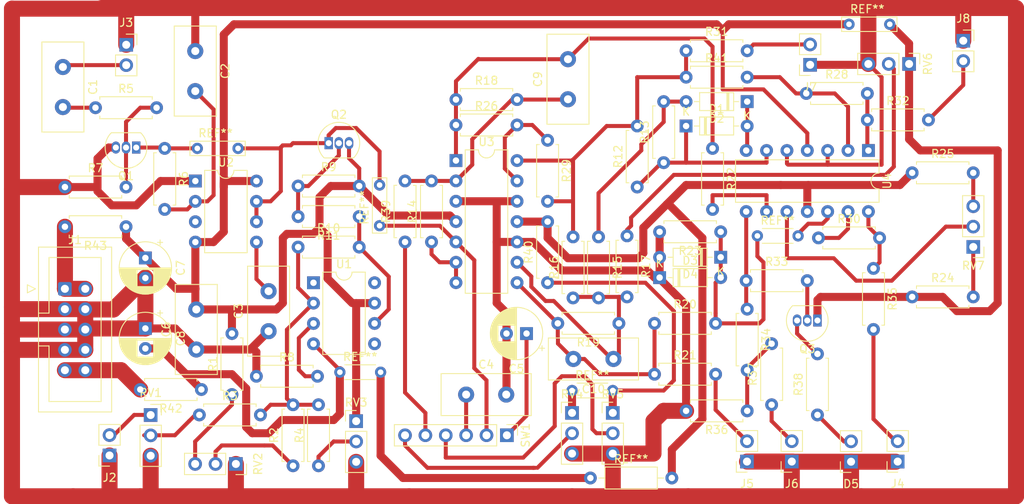
<source format=kicad_pcb>
(kicad_pcb (version 20211014) (generator pcbnew)
  (layers (0 "F.Cu" signal) (31 "B.Cu" signal) (34 "B.Paste" user) (35 "F.Paste" user) (36 "B.SilkS" user "B.Silkscreen") (37 "F.SilkS" user "F.Silkscreen") (38 "B.Mask" user) (39 "F.Mask" user) (44 "Edge.Cuts" user))
  (net 0 "")
  (net 1 "SYNC")
  (net 2 "Net-(C1-Pad2)")
  (net 3 "GND")
  (net 4 "Net-(C2-Pad2)")
  (net 5 "Net-(C3-Pad2)")
  (net 6 "Net-(C4-Pad1)")
  (net 7 "Net-(C5-Pad1)")
  (net 8 "+12V")
  (net 9 "-12V")
  (net 10 "Net-(C9-Pad1)")
  (net 11 "Net-(C9-Pad2)")
  (net 12 "Net-(C10-Pad1)")
  (net 13 "Net-(C10-Pad2)")
  (net 14 "Net-(D1-Pad1)")
  (net 15 "Net-(D1-Pad2)")
  (net 16 "Net-(D2-Pad2)")
  (net 17 "Net-(D3-Pad2)")
  (net 18 "Net-(D5-Pad2)")
  (net 19 "Net-(J2-Pad2)")
  (net 20 "Net-(J4-Pad2)")
  (net 21 "TRI")
  (net 22 "PULSE")
  (net 23 "SAW")
  (net 24 "RAMP")
  (net 25 "Net-(Q1-Pad1)")
  (net 26 "Net-(Q1-Pad2)")
  (net 27 "Net-(Q2-Pad2)")
  (net 28 "Net-(Q3-Pad2)")
  (net 29 "Net-(Q3-Pad3)")
  (net 30 "Net-(R1-Pad1)")
  (net 31 "Net-(R2-Pad1)")
  (net 32 "Net-(R10-Pad1)")
  (net 33 "Net-(R3-Pad1)")
  (net 34 "Net-(R4-Pad1)")
  (net 35 "Net-(R8-Pad2)")
  (net 36 "Net-(R10-Pad2)")
  (net 37 "Net-(R12-Pad2)")
  (net 38 "Net-(R14-Pad1)")
  (net 39 "Net-(R17-Pad1)")
  (net 40 "Net-(R22-Pad2)")
  (net 41 "Net-(R24-Pad2)")
  (net 42 "Net-(R25-Pad2)")
  (net 43 "Net-(R26-Pad2)")
  (net 44 "Net-(R27-Pad2)")
  (net 45 "Net-(R28-Pad1)")
  (net 46 "Net-(R28-Pad2)")
  (net 47 "Net-(R30-Pad2)")
  (net 48 "Net-(R33-Pad1)")
  (net 49 "Net-(R34-Pad2)")
  (net 50 "Net-(R39-Pad1)")
  (net 51 "Net-(R40-Pad1)")
  (net 52 "Net-(RV4-Pad2)")
  (net 53 "Net-(RV5-Pad2)")
  (net 54 "Net-(RV7-Pad2)")
  (net 59 "Net-(J1-Pad1)")
  (net 60 "Net-(J1-Pad10)")
  (footprint "Connector_PinHeader_2.54mm:PinHeader_1x03_P2.54mm_Vertical" (layer "F.Cu") (at 158.623 75.311)
    (fp_text reference "RV5")
    (fp_text value "10k")
  )
  (footprint "Package_TO_SOT_THT:TO-92_Inline" (layer "F.Cu") (at 123.19 41.635)
    (fp_text reference "Q2")
    (fp_text value "BC557")
  )
  (footprint "Capacitor_THT:C_Disc_D11.0mm_W5.0mm_P5.00mm" (layer "F.Cu") (at 106.68 67.397 90)
    (fp_text reference "C6")
    (fp_text value "100nf")
  )
  (footprint "Resistor_THT:R_Axial_DIN0207_L6.3mm_D2.5mm_P7.62mm_Horizontal" (layer "F.Cu") (at 175.387 75.057 180)
    (fp_text reference "R36")
    (fp_text value "12k")
  )
  (footprint "Resistor_THT:R_Axial_DIN0207_L6.3mm_D2.5mm_P7.62mm_Horizontal" (layer "F.Cu") (at 118.745 81.915 90)
    (fp_text reference "R2")
    (fp_text value "100k")
  )
  (footprint "Package_DIP:DIP-14_W7.62mm" (layer "F.Cu") (at 139.065 43.81)
    (fp_text reference "U3")
    (fp_text value "TL074")
  )
  (footprint "Resistor_THT:R_Axial_DIN0207_L6.3mm_D2.5mm_P7.62mm_Horizontal" (layer "F.Cu") (at 160.401 53.213 -90)
    (fp_text reference "R17")
    (fp_text value "150k")
  )
  (footprint "Resistor_THT:R_Axial_DIN0207_L6.3mm_D2.5mm_P7.62mm_Horizontal" (layer "F.Cu") (at 182.753 35.433)
    (fp_text reference "R28")
    (fp_text value "100k")
  )
  (footprint "Resistor_THT:R_Axial_DIN0207_L6.3mm_D2.5mm_P7.62mm_Horizontal" (layer "F.Cu") (at 175.26 58.801)
    (fp_text reference "R33")
    (fp_text value "47k")
  )
  (footprint "Capacitor_THT:CP_Radial_D6.3mm_P2.50mm" (layer "F.Cu") (at 147.867379 65.405 180)
    (fp_text reference "C5")
    (fp_text value "10uf/35V")
  )
  (footprint "Resistor_THT:R_Axial_DIN0207_L6.3mm_D2.5mm_P7.62mm_Horizontal" (layer "F.Cu") (at 111.125 73.025 90)
    (fp_text reference "R1")
    (fp_text value "12k")
  )
  (footprint "Resistor_THT:R_Axial_DIN0207_L6.3mm_D2.5mm_P7.62mm_Horizontal" (layer "F.Cu") (at 136.017 53.975 90)
    (fp_text reference "R14")
    (fp_text value "100k")
  )
  (footprint "Resistor_THT:R_Axial_DIN0207_L6.3mm_D2.5mm_P7.62mm_Horizontal" (layer "F.Cu") (at 163.83 64.135)
    (fp_text reference "R20")
    (fp_text value "150k")
  )
  (footprint "Resistor_THT:R_Axial_DIN0204_L3.6mm_D1.6mm_P5.08mm_Horizontal" (layer "F.Cu") (at 153.543 72.517)
    (fp_text reference "REF**")
    (fp_text value "0 Ohm Bridge")
  )
  (footprint "Connector_PinHeader_2.54mm:PinHeader_1x03_P2.54mm_Vertical" (layer "F.Cu") (at 126.619 76.342)
    (fp_text reference "RV3")
    (fp_text value "50k")
  )
  (footprint "Package_DIP:DIP-8_W7.62mm" (layer "F.Cu") (at 106.563 46.365)
    (fp_text reference "U2")
    (fp_text value "NE555P")
  )
  (footprint "Resistor_THT:R_Axial_DIN0204_L3.6mm_D1.6mm_P5.08mm_Horizontal" (layer "F.Cu") (at 176.657 53.213)
    (fp_text reference "REF**")
    (fp_text value "0 Ohm Bridge")
  )
  (footprint "Connector_PinSocket_2.54mm:PinSocket_1x02_P2.54mm_Vertical" (layer "F.Cu") (at 194.158 81.387 180)
    (fp_text reference "J4")
    (fp_text value "SINE")
  )
  (footprint "Resistor_THT:R_Axial_DIN0207_L6.3mm_D2.5mm_P7.62mm_Horizontal" (layer "F.Cu") (at 119.38 46.99)
    (fp_text reference "R9")
    (fp_text value "820R")
  )
  (footprint "Capacitor_THT:C_Disc_D11.0mm_W5.0mm_P5.00mm" (layer "F.Cu") (at 153.035 36.155 90)
    (fp_text reference "C9")
    (fp_text value "120pf")
  )
  (footprint "Resistor_THT:R_Axial_DIN0207_L6.3mm_D2.5mm_P7.62mm_Horizontal" (layer "F.Cu") (at 153.67 60.96 90)
    (fp_text reference "R16")
    (fp_text value "100k")
  )
  (footprint "Resistor_THT:R_Axial_DIN0207_L6.3mm_D2.5mm_P7.62mm_Horizontal" (layer "F.Cu") (at 191.135 57.277 -90)
    (fp_text reference "R35")
    (fp_text value "1k")
  )
  (footprint "TestPoint:TestPoint_Bridge_Pitch5.08mm_Drill0.7mm" (layer "F.Cu") (at 111.887 42.291 180)
    (fp_text reference "REF**")
    (fp_text value "0 Ohm Bridge")
  )
  (footprint "Package_DIP:DIP-14_W7.62mm" (layer "F.Cu") (at 190.505 42.555 -90)
    (fp_text reference "U4")
    (fp_text value "TL074")
  )
  (footprint "Connector_PinSocket_2.54mm:PinSocket_1x02_P2.54mm_Vertical" (layer "F.Cu") (at 202.336 28.849)
    (fp_text reference "J8")
    (fp_text value "RAMP")
  )
  (footprint "Connector_PinHeader_2.54mm:PinHeader_1x03_P2.54mm_Vertical" (layer "F.Cu") (at 203.581 54.595 180)
    (fp_text reference "RV7")
    (fp_text value "10k")
  )
  (footprint "Connector_PinSocket_2.54mm:PinSocket_1x03_P2.54mm_Vertical" (layer "F.Cu") (at 100.99 75.58)
    (fp_text reference "RV1")
    (fp_text value "50k")
  )
  (footprint "TestPoint:TestPoint_Bridge_Pitch5.08mm_Drill0.7mm" (layer "F.Cu") (at 129.54 46.863 -90)
    (fp_text reference "REF**")
    (fp_text value "0 Ohm Bridge")
  )
  (footprint "Resistor_THT:R_Axial_DIN0207_L6.3mm_D2.5mm_P10.16mm_Horizontal" (layer "F.Cu") (at 155.829 83.439)
    (fp_text reference "REF**")
    (fp_text value "0 Ohm Bridge")
  )
  (footprint "Capacitor_THT:C_Disc_D11.0mm_W5.0mm_P5.00mm" (layer "F.Cu") (at 106.553 30.139 -90)
    (fp_text reference "C2")
    (fp_text value "47nf")
  )
  (footprint "Resistor_THT:R_Axial_DIN0207_L6.3mm_D2.5mm_P7.62mm_Horizontal" (layer "F.Cu") (at 184.277 53.467)
    (fp_text reference "R30")
    (fp_text value "15k")
  )
  (footprint "Resistor_THT:R_Axial_DIN0207_L6.3mm_D2.5mm_P7.62mm_Horizontal" (layer "F.Cu") (at 167.767 33.401)
    (fp_text reference "R41")
    (fp_text value "100k")
  )
  (footprint "Connector_PinSocket_2.54mm:PinSocket_1x02_P2.54mm_Vertical" (layer "F.Cu") (at 183.236 31.857 180)
    (fp_text reference "J7")
    (fp_text value "SAW")
  )
  (footprint "TestPoint:TestPoint_Bridge_Pitch5.08mm_Drill0.7mm" (layer "F.Cu") (at 193.167 26.797 180)
    (fp_text reference "REF**")
    (fp_text value "0 Ohm Bridge")
  )
  (footprint "Connector_PinSocket_2.54mm:PinSocket_1x02_P2.54mm_Vertical" (layer "F.Cu") (at 180.95 81.387 180)
    (fp_text reference "J6")
    (fp_text value "PULSE")
  )
  (footprint "Resistor_THT:R_Axial_DIN0207_L6.3mm_D2.5mm_P7.62mm_Horizontal" (layer "F.Cu") (at 119.38 54.61)
    (fp_text reference "R10")
    (fp_text value "100k")
  )
  (footprint "Package_TO_SOT_THT:TO-92_Inline" (layer "F.Cu") (at 184.15 63.775 180)
    (fp_text reference "Q3")
    (fp_text value "BC547")
  )
  (footprint "Resistor_THT:R_Axial_DIN0207_L6.3mm_D2.5mm_P7.62mm_Horizontal" (layer "F.Cu") (at 178.435 74.295 90)
    (fp_text reference "R37")
    (fp_text value "1k")
  )
  (footprint "Package_TO_SOT_THT:TO-92_Inline" (layer "F.Cu") (at 99.187 42.185 180)
    (fp_text reference "Q1")
    (fp_text value "BS170")
  )
  (footprint "Resistor_THT:R_Axial_DIN0204_L3.6mm_D1.6mm_P5.08mm_Horizontal" (layer "F.Cu") (at 124.587 70.231)
    (fp_text reference "REF**")
    (fp_text value "0 Ohm Bridge")
  )
  (footprint "Resistor_THT:R_Axial_DIN0207_L6.3mm_D2.5mm_P7.62mm_Horizontal" (layer "F.Cu") (at 167.767 30.099)
    (fp_text reference "R31")
    (fp_text value "1k")
  )
  (footprint "Resistor_THT:R_Axial_DIN0207_L6.3mm_D2.5mm_P7.62mm_Horizontal" (layer "F.Cu") (at 121.92 81.915 90)
    (fp_text reference "R4")
    (fp_text value "100k")
  )
  (footprint "Capacitor_THT:C_Disc_D11.0mm_W5.0mm_P5.00mm" (layer "F.Cu") (at 140.335 73.025)
    (fp_text reference "C4")
    (fp_text value "1uf")
  )
  (footprint "Capacitor_THT:C_Disc_D11.0mm_W5.0mm_P5.00mm" (layer "F.Cu") (at 158.71 68.58 180)
    (fp_text reference "C10")
    (fp_text value "1nf")
  )
  (footprint "Resistor_THT:R_Axial_DIN0207_L6.3mm_D2.5mm_P7.62mm_Horizontal" (layer "F.Cu") (at 195.961 45.339)
    (fp_text reference "R25")
    (fp_text value "15k")
  )
  (footprint "Resistor_THT:R_Axial_DIN0207_L6.3mm_D2.5mm_P7.62mm_Horizontal" (layer "F.Cu") (at 164.973 44.069 90)
    (fp_text reference "R13")
    (fp_text value "100k")
  )
  (footprint "Capacitor_THT:C_Disc_D11.0mm_W5.0mm_P5.00mm" (layer "F.Cu") (at 90.043 32.131 -90)
    (fp_text reference "C1")
    (fp_text value "10nf")
  )
  (footprint "Connector_IDC:IDC-Header_2x05_P2.54mm_Vertical" (layer "F.Cu") (at 90.292 59.822)
    (fp_text reference "J1")
    (fp_text value "Conn_02x05_Top_Bottom")
  )
  (footprint "Diode_THT:D_DO-35_SOD27_P7.62mm_Horizontal" (layer "F.Cu") (at 164.465 58.42)
    (fp_text reference "D3")
    (fp_text value "1N4148")
  )
  (footprint "Resistor_THT:R_Axial_DIN0207_L6.3mm_D2.5mm_P7.62mm_Horizontal" (layer "F.Cu") (at 190.373 38.735)
    (fp_text reference "R32")
    (fp_text value "1k")
  )
  (footprint "Resistor_THT:R_Axial_DIN0207_L6.3mm_D2.5mm_P7.62mm_Horizontal" (layer "F.Cu") (at 161.671 47.117 90)
    (fp_text reference "R12")
    (fp_text value "100k")
  )
  (footprint "Capacitor_THT:CP_Radial_D6.3mm_P2.50mm" (layer "F.Cu") (at 100.33 64.77 -90)
    (fp_text reference "C8")
    (fp_text value "10uf")
  )
  (footprint "Resistor_THT:R_Axial_DIN0207_L6.3mm_D2.5mm_P7.62mm_Horizontal" (layer "F.Cu") (at 132.715 53.975 90)
    (fp_text reference "R39")
    (fp_text value "100k")
  )
  (footprint "Connector_PinSocket_2.54mm:PinSocket_1x02_P2.54mm_Vertical" (layer "F.Cu") (at 175.362 81.387 180)
    (fp_text reference "J5")
    (fp_text value "TRI")
  )
  (footprint "Resistor_THT:R_Axial_DIN0207_L6.3mm_D2.5mm_P7.62mm_Horizontal" (layer "F.Cu") (at 159.385 64.135 180)
    (fp_text reference "R19")
    (fp_text value "200k")
  )
  (footprint "Diode_THT:D_DO-35_SOD27_P7.62mm_Horizontal" (layer "F.Cu") (at 172.085 55.88 180)
    (fp_text reference "D4")
    (fp_text value "1N4148")
  )
  (footprint "Resistor_THT:R_Axial_DIN0207_L6.3mm_D2.5mm_P7.62mm_Horizontal" (layer "F.Cu") (at 172.085 52.705 180)
    (fp_text reference "R23")
    (fp_text value "22k")
  )
  (footprint "Resistor_THT:R_Axial_DIN0207_L6.3mm_D2.5mm_P7.62mm_Horizontal" (layer "F.Cu") (at 150.495 41.275 -90)
    (fp_text reference "R29")
    (fp_text value "200k")
  )
  (footprint "Resistor_THT:R_Axial_DIN0207_L6.3mm_D2.5mm_P7.62mm_Horizontal" (layer "F.Cu") (at 156.845 53.34 -90)
    (fp_text reference "R15")
    (fp_text value "50k")
  )
  (footprint "Resistor_THT:R_Axial_DIN0207_L6.3mm_D2.5mm_P7.62mm_Horizontal" (layer "F.Cu") (at 184.15 75.565 90)
    (fp_text reference "R38")
    (fp_text value "1k")
  )
  (footprint "Connector_PinSocket_2.54mm:PinSocket_1x02_P2.54mm_Vertical" (layer "F.Cu") (at 188.341 81.407 180)
    (fp_text reference "D5")
    (fp_text value "LED")
  )
  (footprint "Resistor_THT:R_Axial_DIN0207_L6.3mm_D2.5mm_P7.62mm_Horizontal" (layer "F.Cu") (at 107.061 75.565)
    (fp_text reference "R3")
    (fp_text value "100k")
  )
  (footprint "Resistor_THT:R_Axial_DIN0207_L6.3mm_D2.5mm_P7.62mm_Horizontal" (layer "F.Cu") (at 163.83 70.485)
    (fp_text reference "R21")
    (fp_text value "1k")
  )
  (footprint "Connector_PinSocket_2.54mm:PinSocket_1x02_P2.54mm_Vertical" (layer "F.Cu") (at 97.942 29.357)
    (fp_text reference "J3")
    (fp_text value "SYNC")
  )
  (footprint "Resistor_THT:R_Axial_DIN0207_L6.3mm_D2.5mm_P7.62mm_Horizontal" (layer "F.Cu") (at 107.315 72.39 180)
    (fp_text reference "R42")
    (fp_text value "100R")
  )
  (footprint "Connector_PinHeader_2.54mm:PinHeader_1x03_P2.54mm_Vertical" (layer "F.Cu") (at 195.58 31.75 -90)
    (fp_text reference "RV6")
    (fp_text value "50k")
  )
  (footprint "Resistor_THT:R_Axial_DIN0207_L6.3mm_D2.5mm_P7.62mm_Horizontal" (layer "F.Cu") (at 171.069 42.291 -90)
    (fp_text reference "R22")
    (fp_text value "10k")
  )
  (footprint "Resistor_THT:R_Axial_DIN0207_L6.3mm_D2.5mm_P7.62mm_Horizontal" (layer "F.Cu") (at 195.961 60.833)
    (fp_text reference "R24")
    (fp_text value "15k")
  )
  (footprint "Capacitor_THT:CP_Radial_D6.3mm_P2.50mm" (layer "F.Cu") (at 100.33 55.967621 -90)
    (fp_text reference "C7")
    (fp_text value "10 uf")
  )
  (footprint "Resistor_THT:R_Axial_DIN0207_L6.3mm_D2.5mm_P7.62mm_Horizontal" (layer "F.Cu") (at 102.743 42.291 -90)
    (fp_text reference "R6")
    (fp_text value "1k")
  )
  (footprint "Connector_PinHeader_2.54mm:PinHeader_1x06_P2.54mm_Vertical" (layer "F.Cu") (at 145.415 78.105 -90)
    (fp_text reference "SW1")
    (fp_text value "SW_Push_DPDT")
  )
  (footprint "Resistor_THT:R_Axial_DIN0207_L6.3mm_D2.5mm_P7.62mm_Horizontal" (layer "F.Cu") (at 139.065 39.37)
    (fp_text reference "R26")
    (fp_text value "100k")
  )
  (footprint "Connector_PinSocket_2.54mm:PinSocket_1x03_P2.54mm_Vertical" (layer "F.Cu") (at 111.618 81.686 -90)
    (fp_text reference "RV2")
    (fp_text value "10k")
  )
  (footprint "Diode_THT:D_DO-35_SOD27_P7.62mm_Horizontal" (layer "F.Cu") (at 175.387 36.449 180)
    (fp_text reference "D2")
    (fp_text value "1N4148")
  )
  (footprint "Connector_PinHeader_2.54mm:PinHeader_1x03_P2.54mm_Vertical" (layer "F.Cu") (at 153.543 75.311)
    (fp_text reference "RV4")
    (fp_text value "10k")
  )
  (footprint "Resistor_THT:R_Axial_DIN0207_L6.3mm_D2.5mm_P7.62mm_Horizontal" (layer "F.Cu") (at 90.297 47.117)
    (fp_text reference "R7")
    (fp_text value "100k")
  )
  (footprint "Package_DIP:DIP-8_W7.62mm" (layer "F.Cu") (at 121.295 59.065)
    (fp_text reference "U1")
    (fp_text value "LM741")
  )
  (footprint "Capacitor_THT:C_Disc_D11.0mm_W5.0mm_P5.00mm" (layer "F.Cu") (at 115.697 65.111 90)
    (fp_text reference "C3")
    (fp_text value "10nf")
  )
  (footprint "Resistor_THT:R_Axial_DIN0207_L6.3mm_D2.5mm_P7.62mm_Horizontal" (layer "F.Cu") (at 175.387 62.357 -90)
    (fp_text reference "R34")
    (fp_text value "10k")
  )
  (footprint "Resistor_THT:R_Axial_DIN0207_L6.3mm_D2.5mm_P7.62mm_Horizontal" (layer "F.Cu") (at 139.065 36.195)
    (fp_text reference "R18")
    (fp_text value "200k")
  )
  (footprint "Resistor_THT:R_Axial_DIN0207_L6.3mm_D2.5mm_P7.62mm_Horizontal" (layer "F.Cu") (at 150.495 59.055 90)
    (fp_text reference "R40")
    (fp_text value "2.7k")
  )
  (footprint "Resistor_THT:R_Axial_DIN0207_L6.3mm_D2.5mm_P7.62mm_Horizontal" (layer "F.Cu") (at 114.173 70.739)
    (fp_text reference "R8")
    (fp_text value "8.2k")
  )
  (footprint "Resistor_THT:R_Axial_DIN0207_L6.3mm_D2.5mm_P7.62mm_Horizontal" (layer "F.Cu") (at 127 50.8 180)
    (fp_text reference "R11")
    (fp_text value "27k")
  )
  (footprint "Resistor_THT:R_Axial_DIN0207_L6.3mm_D2.5mm_P7.62mm_Horizontal" (layer "F.Cu") (at 94.107 37.211)
    (fp_text reference "R5")
    (fp_text value "10k")
  )
  (footprint "Resistor_THT:R_Axial_DIN0207_L6.3mm_D2.5mm_P7.62mm_Horizontal" (layer "F.Cu") (at 97.917 52.07 180)
    (fp_text reference "R43")
    (fp_text value "100R")
  )
  (footprint "Connector_PinSocket_2.54mm:PinSocket_1x02_P2.54mm_Vertical" (layer "F.Cu") (at 95.86 80.625 180)
    (fp_text reference "J2")
    (fp_text value "CV")
  )
  (footprint "Diode_THT:D_DO-35_SOD27_P7.62mm_Horizontal" (layer "F.Cu") (at 167.767 39.497)
    (fp_text reference "D1")
    (fp_text value "1N4148")
  )
  (segment (start 90.277 31.897) (end 90.043 32.131) (width 0.5) (layer "F.Cu") (net 1))
  (segment (start 97.942 31.897) (end 90.277 31.897) (width 0.5) (layer "F.Cu") (net 1))
  (segment (start 94.107 37.211) (end 90.123 37.211) (width 0.5) (layer "F.Cu") (net 2))
  (segment (start 90.123 37.211) (end 90.043 37.131) (width 0.25) (layer "F.Cu") (net 2))
  (segment (start 100.33 64.77) (end 100.33 58.467621) (width 2) (layer "F.Cu") (net 3))
  (segment (start 190.393 31.857) (end 190.5 31.75) (width 0.25) (layer "F.Cu") (net 3))
  (segment (start 164.973 75.057) (end 163.703 76.327) (width 2) (layer "F.Cu") (net 3))
  (segment (start 168.021 85.725) (end 180.721 85.725) (width 2) (layer "F.Cu") (net 3))
  (segment (start 98.425 24.765) (end 96.901 24.765) (width 2) (layer "F.Cu") (net 3))
  (segment (start 208.915 31.877) (end 208.915 24.765) (width 2) (layer "F.Cu") (net 3))
  (segment (start 163.703 76.327) (end 163.703 80.137) (width 2) (layer "F.Cu") (net 3))
  (segment (start 146.695 53.97) (end 144.15 53.97) (width 1) (layer "F.Cu") (net 3))
  (segment (start 190.398 31.648) (end 190.5 31.75) (width 0.25) (layer "F.Cu") (net 3))
  (segment (start 194.158 81.641) (end 193.924 81.407) (width 0.25) (layer "F.Cu") (net 3))
  (segment (start 106.563 46.365) (end 102.225 46.365) (width 1) (layer "F.Cu") (net 3))
  (segment (start 183.236 31.857) (end 190.393 31.857) (width 1) (layer "F.Cu") (net 3))
  (segment (start 99.695 85.725) (end 101.219 85.725) (width 2) (layer "F.Cu") (net 3))
  (segment (start 180.975 85.725) (end 188.087 85.725) (width 2) (layer "F.Cu") (net 3))
  (segment (start 106.807 24.765) (end 98.425 24.765) (width 2) (layer "F.Cu") (net 3))
  (segment (start 189.611 85.725) (end 208.915 85.725) (width 2) (layer "F.Cu") (net 3))
  (segment (start 96.348 62.402) (end 100.33 58.42) (width 2) (layer "F.Cu") (net 3))
  (segment (start 164.465 58.42) (end 164.465 55.88) (width 1) (layer "F.Cu") (net 3))
  (segment (start 180.97 81.407) (end 180.95 81.387) (width 0.25) (layer "F.Cu") (net 3))
  (segment (start 185.425 42.555) (end 185.425 44.323) (width 0.5) (layer "F.Cu") (net 3))
  (segment (start 83.693 24.848) (end 96.818 24.848) (width 2) (layer "F.Cu") (net 3))
  (segment (start 158.623 80.391) (end 163.703 80.391) (width 2) (layer "F.Cu") (net 3))
  (segment (start 83.952 62.362) (end 83.693 62.103) (width 0.25) (layer "F.Cu") (net 3))
  (segment (start 158.623 80.645) (end 158.623 85.471) (width 2) (layer "F.Cu") (net 3))
  (segment (start 90.297 47.117) (end 83.947 47.117) (width 2) (layer "F.Cu") (net 3))
  (segment (start 144.145 53.975) (end 144.145 53.213) (width 0.25) (layer "F.Cu") (net 3))
  (segment (start 97.942 29.357) (end 97.942 25.248) (width 2) (layer "F.Cu") (net 3))
  (segment (start 144.145 49.149) (end 144.404 48.89) (width 0.25) (layer "F.Cu") (net 3))
  (segment (start 92.832 62.362) (end 92.832 67.442) (width 2) (layer "F.Cu") (net 3))
  (segment (start 100.99 85.496) (end 101.219 85.725) (width 0.25) (layer "F.Cu") (net 3))
  (segment (start 83.942 67.442) (end 83.693 67.691) (width 0.25) (layer "F.Cu") (net 3))
  (segment (start 96.818 24.848) (end 96.901 24.765) (width 0.25) (layer "F.Cu") (net 3))
  (segment (start 180.721 85.725) (end 180.975 85.725) (width 0.5) (layer "F.Cu") (net 3))
  (segment (start 113.411 67.397) (end 112.355 67.397) (width 1) (layer "F.Cu") (net 3))
  (segment (start 100.33 64.77) (end 100.33 64.682379) (width 0.25) (layer "F.Cu") (net 3))
  (segment (start 96.901 24.765) (end 94.869 24.765) (width 2) (layer "F.Cu") (net 3))
  (segment (start 133.223 85.725) (end 153.543 85.725) (width 2) (layer "F.Cu") (net 3))
  (segment (start 202.336 28.849) (end 202.336 24.79) (width 2) (layer "F.Cu") (net 3))
  (segment (start 100.203 64.643) (end 100.33 64.77) (width 0.25) (layer "F.Cu") (net 3))
  (segment (start 94.361 47.625) (end 94.361 46.863) (width 1) (layer "F.Cu") (net 3))
  (segment (start 190.5 31.75) (end 190.5 24.892) (width 2) (layer "F.Cu") (net 3))
  (segment (start 145.367379 65.405) (end 145.367379 62.817379) (width 1) (layer "F.Cu") (net 3))
  (segment (start 95.86 80.625) (end 95.86 85.7) (width 2) (layer "F.Cu") (net 3))
  (segment (start 148.712 53.97) (end 152.273 57.531) (width 1) (layer "F.Cu") (net 3))
  (segment (start 92.832 62.402) (end 96.348 62.402) (width 2) (layer "F.Cu") (net 3))
  (segment (start 144.15 53.97) (end 144.145 53.975) (width 0.25) (layer "F.Cu") (net 3))
  (segment (start 202.311 24.765) (end 190.627 24.765) (width 2) (layer "F.Cu") (net 3))
  (segment (start 180.95 85.7) (end 180.975 85.725) (width 0.25) (layer "F.Cu") (net 3))
  (segment (start 106.633 67.35) (end 106.68 67.397) (width 0.25) (layer "F.Cu") (net 3))
  (segment (start 159.131 85.725) (end 168.021 85.725) (width 2) (layer "F.Cu") (net 3))
  (segment (start 91.313 85.725) (end 99.695 85.725) (width 2) (layer "F.Cu") (net 3))
  (segment (start 106.553 30.139) (end 106.553 25.019) (width 1) (layer "F.Cu") (net 3))
  (segment (start 144.145 53.721) (end 144.145 49.149) (width 1) (layer "F.Cu") (net 3))
  (segment (start 164.465 58.801) (end 164.465 58.42) (width 0.25) (layer "F.Cu") (net 3))
  (segment (start 164.465 58.547) (end 167.767 61.849) (width 1) (layer "F.Cu") (net 3))
  (segment (start 92.924 67.35) (end 92.832 67.442) (width 0.25) (layer "F.Cu") (net 3))
  (segment (start 163.83 58.42) (end 164.465 58.42) (width 0.25) (layer "F.Cu") (net 3))
  (segment (start 97.942 25.248) (end 98.425 24.765) (width 0.25) (layer "F.Cu") (net 3))
  (segment (start 94.361 46.863) (end 94.107 47.117) (width 0.25) (layer "F.Cu") (net 3))
  (segment (start 102.225 46.365) (end 99.187 49.403) (width 1) (layer "F.Cu") (net 3))
  (segment (start 104.053 64.77) (end 106.68 67.397) (width 1) (layer "F.Cu") (net 3))
  (segment (start 158.623 85.471) (end 158.877 85.725) (width 0.25) (layer "F.Cu") (net 3))
  (segment (start 145.367379 65.405) (end 145.367379 72.992621) (width 1) (layer "F.Cu") (net 3))
  (segment (start 208.915 24.765) (end 202.311 24.765) (width 2) (layer "F.Cu") (net 3))
  (segment (start 192.151 44.323) (end 192.151 33.401) (width 0.5) (layer "F.Cu") (net 3))
  (segment (start 163.703 80.137) (end 163.703 80.391) (width 0.25) (layer "F.Cu") (net 3))
  (segment (start 111.618 81.686) (end 111.618 85.71) (width 2) (layer "F.Cu") (net 3))
  (segment (start 188.341 85.471) (end 188.087 85.725) (width 0.25) (layer "F.Cu") (net 3))
  (segment (start 83.693 85.725) (end 83.693 67.691) (width 2) (layer "F.Cu") (net 3))
  (segment (start 144.145 61.595) (end 144.145 53.975) (width 1) (layer "F.Cu") (net 3))
  (segment (start 164.465 58.42) (end 164.465 58.547) (width 0.25) (layer "F.Cu") (net 3))
  (segment (start 189.845 85.491) (end 189.611 85.725) (width 0.25) (layer "F.Cu") (net 3))
  (segment (start 84.196 64.902) (end 83.693 65.405) (width 0.25) (layer "F.Cu") (net 3))
  (segment (start 175.362 81.387) (end 180.95 81.387) (width 2) (layer "F.Cu") (net 3))
  (segment (start 99.187 49.403) (end 96.139 49.403) (width 1) (layer "F.Cu") (net 3))
  (segment (start 92.832 64.902) (end 84.196 64.902) (width 2) (layer "F.Cu") (net 3))
  (segment (start 114.173 67.711) (end 113.645 67.183) (width 1) (layer "F.Cu") (net 3))
  (segment (start 106.553 25.019) (end 106.807 24.765) (width 0.25) (layer "F.Cu") (net 3))
  (segment (start 188.341 81.407) (end 188.341 85.471) (width 2) (layer "F.Cu") (net 3))
  (segment (start 83.693 65.405) (end 83.693 62.103) (width 2) (layer "F.Cu") (net 3))
  (segment (start 99.949 85.471) (end 99.695 85.725) (width 0.25) (layer "F.Cu") (net 3))
  (segment (start 139.07 48.895) (end 139.075 48.89) (width 0.25) (layer "F.Cu") (net 3))
  (segment (start 144.404 48.89) (end 146.695 48.89) (width 0.25) (layer "F.Cu") (net 3))
  (segment (start 100.33 64.77) (end 104.053 64.77) (width 1) (layer "F.Cu") (net 3))
  (segment (start 193.924 81.407) (end 180.97 81.407) (width 2) (layer "F.Cu") (net 3))
  (segment (start 146.695 53.97) (end 148.712 53.97) (width 1) (layer "F.Cu") (net 3))
  (segment (start 96.139 49.403) (end 94.361 47.625) (width 1) (layer "F.Cu") (net 3))
  (segment (start 95.737 42.185) (end 94.361 43.561) (width 1) (layer "F.Cu") (net 3))
  (segment (start 208.89 31.902) (end 208.915 31.877) (width 0.25) (layer "F.Cu") (net 3))
  (segment (start 190.627 24.765) (end 106.807 24.765) (width 2) (layer "F.Cu") (net 3))
  (segment (start 208.915 85.725) (end 208.915 31.877) (width 2) (layer "F.Cu") (net 3))
  (segment (start 180.345 42.555) (end 180.345 44.201) (width 0.5) (layer "F.Cu") (net 3))
  (segment (start 106.68 67.397) (end 112.355 67.397) (width 1) (layer "F.Cu") (net 3))
  (segment (start 111.618 85.71) (end 111.633 85.725) (width 0.25) (layer "F.Cu") (net 3))
  (segment (start 94.361 43.561) (end 94.361 46.863) (width 1) (layer "F.Cu") (net 3))
  (segment (start 100.33 58.42) (end 100.203 58.547) (width 2) (layer "F.Cu") (net 3))
  (segment (start 180.467 44.323) (end 192.151 44.323) (width 0.5) (layer "F.Cu") (net 3))
  (segment (start 115.697 65.111) (end 113.411 67.397) (width 1) (layer "F.Cu") (net 3))
  (segment (start 167.767 75.057) (end 164.973 75.057) (width 2) (layer "F.Cu") (net 3))
  (segment (start 153.543 80.391) (end 158.623 80.391) (width 2) (layer "F.Cu") (net 3))
  (segment (start 92.832 62.362) (end 83.952 62.362) (width 2) (layer "F.Cu") (net 3))
  (segment (start 152.273 57.531) (end 162.941 57.531) (width 1) (layer "F.Cu") (net 3))
  (segment (start 111.633 85.725) (end 126.619 85.725) (width 2) (layer "F.Cu") (net 3))
  (segment (start 96.647 42.185) (end 95.737 42.185) (width 1) (layer "F.Cu") (net 3))
  (segment (start 83.947 47.117) (end 83.693 47.371) (width 0.25) (layer "F.Cu") (net 3))
  (segment (start 100.99 80.66) (end 100.99 85.496) (width 2) (layer "F.Cu") (net 3))
  (segment (start 163.195 85.725) (end 168.021 85.725) (width 0.25) (layer "F.Cu") (net 3))
  (segment (start 83.693 62.103) (end 83.693 47.371) (width 2) (layer "F.Cu") (net 3))
  (segment (start 188.087 85.725) (end 189.611 85.725) (width 2) (layer "F.Cu") (net 3))
  (segment (start 167.767 61.849) (end 167.767 75.057) (width 1) (layer "F.Cu") (net 3))
  (segment (start 180.955 85.491) (end 180.721 85.725) (width 0.25) (layer "F.Cu") (net 3))
  (segment (start 139.075 48.89) (end 146.695 48.89) (width 1) (layer "F.Cu") (net 3))
  (segment (start 91.948 86.36) (end 91.313 85.725) (width 0.25) (layer "F.Cu") (net 3))
  (segment (start 92.832 67.442) (end 83.942 67.442) (width 2) (layer "F.Cu") (net 3))
  (segment (start 83.693 67.691) (end 83.693 65.405) (width 2) (layer "F.Cu") (net 3))
  (segment (start 101.219 85.725) (end 111.633 85.725) (width 2) (layer "F.Cu") (net 3))
  (segment (start 100.33 64.77) (end 92.924 64.77) (width 2) (layer "F.Cu") (net 3))
  (segment (start 202.336 24.79) (end 202.311 24.765) (width 0.25) (layer "F.Cu") (net 3))
  (segment (start 96.52 86.36) (end 91.948 86.36) (width 0.25) (layer "F.Cu") (net 3))
  (segment (start 153.543 85.725) (end 158.877 85.725) (width 2) (layer "F.Cu") (net 3))
  (segment (start 180.95 81.387) (end 180.95 85.7) (width 2) (layer "F.Cu") (net 3))
  (segment (start 114.173 70.739) (end 114.173 67.711) (width 1) (layer "F.Cu") (net 3))
  (segment (start 126.619 81.422) (end 126.619 85.725) (width 2) (layer "F.Cu") (net 3))
  (segment (start 145.367379 72.992621) (end 145.335 73.025) (width 0.25) (layer "F.Cu") (net 3))
  (segment (start 100.29 64.73) (end 100.33 64.77) (width 0.5) (layer "F.Cu") (net 3))
  (segment (start 162.941 57.531) (end 163.83 58.42) (width 1) (layer "F.Cu") (net 3))
  (segment (start 192.151 33.401) (end 190.5 31.75) (width 0.5) (layer "F.Cu") (net 3))
  (segment (start 91.313 85.725) (end 83.693 85.725) (width 2) (layer "F.Cu") (net 3))
  (segment (start 126.619 85.725) (end 133.223 85.725) (width 2) (layer "F.Cu") (net 3))
  (segment (start 164.465 52.705) (end 164.465 55.88) (width 1) (layer "F.Cu") (net 3))
  (segment (start 83.693 47.371) (end 83.693 24.848) (width 2) (layer "F.Cu") (net 3))
  (segment (start 94.107 47.117) (end 90.297 47.117) (width 1) (layer "F.Cu") (net 3))
  (segment (start 145.367379 62.817379) (end 144.145 61.595) (width 1) (layer "F.Cu") (net 3))
  (segment (start 112.355 67.397) (end 112.609 67.397) (width 0.25) (layer "F.Cu") (net 3))
  (segment (start 180.345 44.201) (end 180.467 44.323) (width 0.25) (layer "F.Cu") (net 3))
  (segment (start 190.5 24.892) (end 190.627 24.765) (width 0.25) (layer "F.Cu") (net 3))
  (segment (start 158.877 85.725) (end 159.131 85.725) (width 0.5) (layer "F.Cu") (net 3))
  (segment (start 102.743 49.911) (end 105.557 49.911) (width 0.5) (layer "F.Cu") (net 4))
  (segment (start 106.553 35.139) (end 108.839 37.425) (width 0.5) (layer "F.Cu") (net 4))
  (segment (start 108.839 37.425) (end 108.839 40.513) (width 0.5) (layer "F.Cu") (net 4))
  (segment (start 106.563 48.905) (end 108.067 48.905) (width 0.5) (layer "F.Cu") (net 4))
  (segment (start 108.839 40.513) (end 108.839 39.965) (width 0.5) (layer "F.Cu") (net 4))
  (segment (start 105.557 49.911) (end 106.563 48.905) (width 0.5) (layer "F.Cu") (net 4))
  (segment (start 108.839 48.133) (end 108.839 40.513) (width 0.5) (layer "F.Cu") (net 4))
  (segment (start 108.067 48.905) (end 108.839 48.133) (width 0.5) (layer "F.Cu") (net 4))
  (segment (start 114.183 53.985) (end 114.183 58.597) (width 0.5) (layer "F.Cu") (net 5))
  (segment (start 114.183 58.597) (end 115.697 60.111) (width 0.5) (layer "F.Cu") (net 5))
  (segment (start 140.335 78.105) (end 140.335 73.025) (width 0.5) (layer "F.Cu") (net 6))
  (segment (start 145.415 78.105) (end 147.867379 75.652621) (width 0.5) (layer "F.Cu") (net 7))
  (segment (start 147.867379 75.652621) (end 147.867379 65.405) (width 0.5) (layer "F.Cu") (net 7))
  (segment (start 106.563 62.28) (end 106.68 62.397) (width 0.25) (layer "F.Cu") (net 8))
  (segment (start 111.125 65.405) (end 111.125 62.437) (width 1) (layer "F.Cu") (net 8))
  (segment (start 111.085 62.397) (end 106.68 62.397) (width 1) (layer "F.Cu") (net 8))
  (segment (start 111.379 26.797) (end 171.577 26.797) (width 1) (layer "F.Cu") (net 8))
  (segment (start 123.063 58.547) (end 123.063 53.213) (width 1) (layer "F.Cu") (net 8))
  (segment (start 171.577 26.797) (end 172.339 27.559) (width 1) (layer "F.Cu") (net 8))
  (segment (start 206.629 61.595) (end 206.629 42.545) (width 1) (layer "F.Cu") (net 8))
  (segment (start 184.15 61.214) (end 184.531 60.833) (width 1) (layer "F.Cu") (net 8))
  (segment (start 130.683 50.673) (end 127 46.99) (width 1) (layer "F.Cu") (net 8))
  (segment (start 172.339 27.559) (end 172.339 34.925) (width 0.5) (layer "F.Cu") (net 8))
  (segment (start 193.167 26.797) (end 195.58 29.21) (width 1) (layer "F.Cu") (net 8))
  (segment (start 125.73 41.635) (end 125.73 43.520991) (width 0.5) (layer "F.Cu") (net 8))
  (segment (start 172.339 34.925) (end 177.419 34.925) (width 0.5) (layer "F.Cu") (net 8))
  (segment (start 206.629 42.545) (end 196.977 42.545) (width 1) (layer "F.Cu") (net 8))
  (segment (start 104.18 59.817621) (end 100.33 55.967621) (width 1) (layer "F.Cu") (net 8))
  (segment (start 127 46.99) (end 127 46.988604) (width 0.25) (layer "F.Cu") (net 8))
  (segment (start 172.339 27.559) (end 173.101 26.797) (width 1) (layer "F.Cu") (net 8))
  (segment (start 201.549 62.611) (end 205.613 62.611) (width 1) (layer "F.Cu") (net 8))
  (segment (start 106.563 53.985) (end 106.563 62.28) (width 1) (layer "F.Cu") (net 8))
  (segment (start 126.355 61.605) (end 126.121 61.605) (width 0.5) (layer "F.Cu") (net 8))
  (segment (start 116.673 62.397) (end 111.085 62.397) (width 1) (layer "F.Cu") (net 8))
  (segment (start 126.121 61.605) (end 123.063 58.547) (width 1) (layer "F.Cu") (net 8))
  (segment (start 122.047 48.387) (end 122.047 52.197) (width 1) (layer "F.Cu") (net 8))
  (segment (start 184.15 63.775) (end 184.15 61.214) (width 1) (layer "F.Cu") (net 8))
  (segment (start 195.58 29.21) (end 195.58 31.75) (width 1) (layer "F.Cu") (net 8))
  (segment (start 199.771 60.833) (end 201.549 62.611) (width 1) (layer "F.Cu") (net 8))
  (segment (start 127 46.99) (end 123.444 46.99) (width 1) (layer "F.Cu") (net 8))
  (segment (start 184.531 60.833) (end 199.771 60.833) (width 1) (layer "F.Cu") (net 8))
  (segment (start 126.629 61.605) (end 126.355 61.605) (width 1) (layer "F.Cu") (net 8))
  (segment (start 97.917 53.554621) (end 97.917 52.07) (width 1) (layer "F.Cu") (net 8))
  (segment (start 128.915 61.605) (end 126.629 61.605) (width 1) (layer "F.Cu") (net 8))
  (segment (start 121.285 52.959) (end 117.983 52.959) (width 1) (layer "F.Cu") (net 8))
  (segment (start 126.619 76.342) (end 126.619 61.615) (width 1) (layer "F.Cu") (net 8))
  (segment (start 110.119 46.365) (end 110.109 46.355) (width 0.25) (layer "F.Cu") (net 8))
  (segment (start 111.125 62.437) (end 111.085 62.397) (width 0.25) (layer "F.Cu") (net 8))
  (segment (start 195.58 41.148) (end 195.58 31.75) (width 1) (layer "F.Cu") (net 8))
  (segment (start 110.109 52.705) (end 110.109 46.609) (width 1) (layer "F.Cu") (net 8))
  (segment (start 196.977 42.545) (end 195.58 41.148) (width 1) (layer "F.Cu") (net 8))
  (segment (start 114.183 46.365) (end 110.119 46.365) (width 1) (layer "F.Cu") (net 8))
  (segment (start 117.983 52.959) (end 117.475 53.467) (width 1) (layer "F.Cu") (net 8))
  (segment (start 106.592379 59.817621) (end 104.18 59.817621) (width 1) (layer "F.Cu") (net 8))
  (segment (start 108.829 53.985) (end 110.109 52.705) (width 1) (layer "F.Cu") (net 8))
  (segment (start 123.444 46.99) (end 122.047 48.387) (width 1) (layer "F.Cu") (net 8))
  (segment (start 110.109 28.067) (end 111.379 26.797) (width 1) (layer "F.Cu") (net 8))
  (segment (start 127 44.790991) (end 125.73 43.520991) (width 0.5) (layer "F.Cu") (net 8))
  (segment (start 122.047 52.197) (end 121.285 52.959) (width 1) (layer "F.Cu") (net 8))
  (segment (start 177.419 34.925) (end 182.885 40.391) (width 0.5) (layer "F.Cu") (net 8))
  (segment (start 138.318 50.673) (end 130.683 50.673) (width 1) (layer "F.Cu") (net 8))
  (segment (start 100.33 55.967621) (end 97.917 53.554621) (width 1) (layer "F.Cu") (net 8))
  (segment (start 106.563 53.985) (end 108.829 53.985) (width 1) (layer "F.Cu") (net 8))
  (segment (start 117.475 53.467) (end 117.475 61.595) (width 1) (layer "F.Cu") (net 8))
  (segment (start 205.613 62.611) (end 206.629 61.595) (width 1) (layer "F.Cu") (net 8))
  (segment (start 182.885 40.391) (end 182.885 42.555) (width 0.5) (layer "F.Cu") (net 8))
  (segment (start 173.101 26.797) (end 188.087 26.797) (width 1) (layer "F.Cu") (net 8))
  (segment (start 117.475 61.595) (end 116.673 62.397) (width 1) (layer "F.Cu") (net 8))
  (segment (start 126.619 61.615) (end 126.629 61.605) (width 0.25) (layer "F.Cu") (net 8))
  (segment (start 123.063 53.213) (end 122.047 52.197) (width 1) (layer "F.Cu") (net 8))
  (segment (start 127 46.99) (end 127 44.790991) (width 0.5) (layer "F.Cu") (net 8))
  (segment (start 110.109 47.117) (end 110.109 28.067) (width 1) (layer "F.Cu") (net 8))
  (segment (start 139.075 51.43) (end 138.318 50.673) (width 1) (layer "F.Cu") (net 8))
  (segment (start 124.587 75.436604) (end 124.587 69.977) (width 1) (layer "F.Cu") (net 9))
  (segment (start 153.035 56.007) (end 161.798 56.007) (width 1) (layer "F.Cu") (net 9))
  (segment (start 167.767 46.863) (end 179.573 46.863) (width 1) (layer "F.Cu") (net 9))
  (segment (start 115.697 77.851) (end 117.348 76.2) (width 1) (layer "F.Cu") (net 9))
  (segment (start 162.433 55.372) (end 162.433 52.197) (width 1) (layer "F.Cu") (net 9))
  (segment (start 165.989 79.883) (end 166.878 78.994) (width 1) (layer "F.Cu") (net 9))
  (segment (start 169.799 76.073) (end 169.799 53.467) (width 1) (layer "F.Cu") (net 9))
  (segment (start 112.903 72.263) (end 112.903 77.089) (width 1) (layer "F.Cu") (net 9))
  (segment (start 112.903 77.089) (end 113.665 77.851) (width 1) (layer "F.Cu") (net 9))
  (segment (start 155.575 83.439) (end 132.461 83.439) (width 1) (layer "F.Cu") (net 9))
  (segment (start 166.878 78.994) (end 169.799 76.073) (width 1) (layer "F.Cu") (net 9))
  (segment (start 150.495 51.435) (end 150.495 53.467) (width 1) (layer "F.Cu") (net 9))
  (segment (start 117.348 76.2) (end 123.823604 76.2) (width 1) (layer "F.Cu") (net 9))
  (segment (start 100.33 67.27) (end 102.195 67.27) (width 1) (layer "F.Cu") (net 9))
  (segment (start 194.437 46.863) (end 183.007 46.863) (width 1) (layer "F.Cu") (net 9))
  (segment (start 182.885 46.985) (end 183.007 46.863) (width 0.25) (layer "F.Cu") (net 9))
  (segment (start 123.823604 76.2) (end 124.587 75.436604) (width 1) (layer "F.Cu") (net 9))
  (segment (start 129.667 70.231) (end 129.667 80.645) (width 1) (layer "F.Cu") (net 9))
  (segment (start 165.354 49.276) (end 167.767 46.863) (width 1) (layer "F.Cu") (net 9))
  (segment (start 124.587 69.977) (end 121.295 66.685) (width 0.5) (layer "F.Cu") (net 9))
  (segment (start 132.461 83.439) (end 129.667 80.645) (width 1) (layer "F.Cu") (net 9))
  (segment (start 105.41 70.485) (end 111.125 70.485) (width 1) (layer "F.Cu") (net 9))
  (segment (start 195.961 45.339) (end 194.437 46.863) (width 1) (layer "F.Cu") (net 9))
  (segment (start 166.751 79.121) (end 166.878 78.994) (width 0.5) (layer "F.Cu") (net 9))
  (segment (start 165.989 83.439) (end 165.989 79.883) (width 1) (layer "F.Cu") (net 9))
  (segment (start 150.495 53.467) (end 153.035 56.007) (width 1) (layer "F.Cu") (net 9))
  (segment (start 161.798 56.007) (end 162.433 55.372) (width 1) (layer "F.Cu") (net 9))
  (segment (start 183.007 46.863) (end 179.573 46.863) (width 1) (layer "F.Cu") (net 9))
  (segment (start 146.695 51.43) (end 150.49 51.43) (width 1) (layer "F.Cu") (net 9))
  (segment (start 162.433 52.197) (end 165.354 49.276) (width 1) (layer "F.Cu") (net 9))
  (segment (start 102.195 67.27) (end 107.315 72.39) (width 1) (layer "F.Cu") (net 9))
  (segment (start 165.608 49.276) (end 165.354 49.276) (width 0.25) (layer "F.Cu") (net 9))
  (segment (start 111.125 70.485) (end 112.903 72.263) (width 1) (layer "F.Cu") (net 9))
  (segment (start 182.885 50.175) (end 182.885 46.985) (width 1) (layer "F.Cu") (net 9))
  (segment (start 113.665 77.851) (end 115.697 77.851) (width 1) (layer "F.Cu") (net 9))
  (segment (start 150.49 51.43) (end 150.495 51.435) (width 0.25) (layer "F.Cu") (net 9))
  (segment (start 169.799 53.467) (end 165.608 49.276) (width 1) (layer "F.Cu") (net 9))
  (segment (start 129.667 80.645) (end 129.667 80.899) (width 0.25) (layer "F.Cu") (net 9))
  (segment (start 141.097 41.148) (end 141.097 44.328) (width 0.5) (layer "F.Cu") (net 10))
  (segment (start 153.035 36.155) (end 150.749 36.155) (width 0.25) (layer "F.Cu") (net 10))
  (segment (start 139.07 46.355) (end 139.075 46.35) (width 0.25) (layer "F.Cu") (net 10))
  (segment (start 152.995 36.195) (end 153.035 36.155) (width 0.5) (layer "F.Cu") (net 10))
  (segment (start 146.685 36.195) (end 146.05 36.195) (width 0.5) (layer "F.Cu") (net 10))
  (segment (start 141.097 44.328) (end 139.075 46.35) (width 0.5) (layer "F.Cu") (net 10))
  (segment (start 146.05 36.195) (end 141.097 41.148) (width 0.5) (layer "F.Cu") (net 10))
  (segment (start 132.715 46.355) (end 139.07 46.355) (width 0.5) (layer "F.Cu") (net 10))
  (segment (start 146.685 36.195) (end 152.995 36.195) (width 0.5) (layer "F.Cu") (net 10))
  (segment (start 171.069 29.591) (end 171.069 42.291) (width 0.5) (layer "F.Cu") (net 11))
  (segment (start 139.065 33.909) (end 141.859 31.115) (width 0.5) (layer "F.Cu") (net 11))
  (segment (start 141.859 31.115) (end 141.899 31.155) (width 0.5) (layer "F.Cu") (net 11))
  (segment (start 170.053 28.575) (end 171.069 29.591) (width 0.5) (layer "F.Cu") (net 11))
  (segment (start 141.899 31.155) (end 153.035 31.155) (width 0.5) (layer "F.Cu") (net 11))
  (segment (start 139.065 36.195) (end 139.065 33.909) (width 0.5) (layer "F.Cu") (net 11))
  (segment (start 139.065 39.37) (end 139.065 36.195) (width 0.5) (layer "F.Cu") (net 11))
  (segment (start 139.03 43.855) (end 139.075 43.81) (width 0.25) (layer "F.Cu") (net 11))
  (segment (start 139.065 39.37) (end 139.065 43.8) (width 0.5) (layer "F.Cu") (net 11))
  (segment (start 139.065 43.8) (end 139.075 43.81) (width 0.25) (layer "F.Cu") (net 11))
  (segment (start 155.615 28.575) (end 170.053 28.575) (width 0.5) (layer "F.Cu") (net 11))
  (segment (start 153.035 31.155) (end 155.615 28.575) (width 0.5) (layer "F.Cu") (net 11))
  (segment (start 159.385 60.833) (end 153.797 60.833) (width 0.5) (layer "F.Cu") (net 12))
  (segment (start 153.797 60.833) (end 153.67 60.96) (width 0.25) (layer "F.Cu") (net 12))
  (segment (start 148.463 58.278) (end 148.463 59.563) (width 0.5) (layer "F.Cu") (net 12))
  (segment (start 151.257 61.341) (end 158.496 68.58) (width 0.5) (layer "F.Cu") (net 12))
  (segment (start 158.496 68.58) (end 158.71 68.58) (width 0.25) (layer "F.Cu") (net 12))
  (segment (start 150.241 61.341) (end 151.257 61.341) (width 0.5) (layer "F.Cu") (net 12))
  (segment (start 159.385 64.135) (end 159.385 67.905) (width 0.5) (layer "F.Cu") (net 12))
  (segment (start 148.463 59.563) (end 150.241 61.341) (width 0.5) (layer "F.Cu") (net 12))
  (segment (start 159.385 64.135) (end 159.385 60.833) (width 0.5) (layer "F.Cu") (net 12))
  (segment (start 160.401 60.833) (end 159.385 60.833) (width 0.5) (layer "F.Cu") (net 12))
  (segment (start 146.695 56.51) (end 148.463 58.278) (width 0.5) (layer "F.Cu") (net 12))
  (segment (start 159.385 67.905) (end 158.71 68.58) (width 0.5) (layer "F.Cu") (net 12))
  (segment (start 153.71 68.58) (end 151.785 66.655) (width 0.5) (layer "F.Cu") (net 13))
  (segment (start 155.087 68.58) (end 153.71 68.58) (width 0.5) (layer "F.Cu") (net 13))
  (segment (start 146.695 59.065) (end 146.695 59.05) (width 0.25) (layer "F.Cu") (net 13))
  (segment (start 151.765 64.135) (end 146.695 59.065) (width 0.5) (layer "F.Cu") (net 13))
  (segment (start 151.765 66) (end 151.785 66.02) (width 0.25) (layer "F.Cu") (net 13))
  (segment (start 151.765 66) (end 151.765 64.135) (width 0.5) (layer "F.Cu") (net 13))
  (segment (start 151.785 66.655) (end 151.785 66.02) (width 0.5) (layer "F.Cu") (net 13))
  (segment (start 163.83 70.485) (end 156.992 70.485) (width 0.5) (layer "F.Cu") (net 13))
  (segment (start 163.83 70.485) (end 163.83 64.135) (width 0.5) (layer "F.Cu") (net 13))
  (segment (start 156.992 70.485) (end 155.087 68.58) (width 0.5) (layer "F.Cu") (net 13))
  (segment (start 167.767 39.497) (end 167.767 44.069) (width 0.5) (layer "F.Cu") (net 14))
  (segment (start 161.671 47.117) (end 164.719 44.069) (width 0.5) (layer "F.Cu") (net 14))
  (segment (start 177.805 44.069) (end 177.805 42.555) (width 0.5) (layer "F.Cu") (net 14))
  (segment (start 164.719 44.069) (end 177.805 44.069) (width 0.5) (layer "F.Cu") (net 14))
  (segment (start 175.387 36.195) (end 175.387 42.433) (width 0.5) (layer "F.Cu") (net 15))
  (segment (start 175.387 42.433) (end 175.265 42.555) (width 0.25) (layer "F.Cu") (net 15))
  (segment (start 162.179 41.783) (end 164.973 38.989) (width 0.5) (layer "F.Cu") (net 16))
  (segment (start 164.973 38.989) (end 164.973 36.449) (width 0.5) (layer "F.Cu") (net 16))
  (segment (start 162.179 42.545) (end 162.179 41.783) (width 0.5) (layer "F.Cu") (net 16))
  (segment (start 164.973 36.449) (end 167.767 36.449) (width 0.5) (layer "F.Cu") (net 16))
  (segment (start 156.845 47.879) (end 162.179 42.545) (width 0.5) (layer "F.Cu") (net 16))
  (segment (start 156.845 53.34) (end 156.845 47.879) (width 0.5) (layer "F.Cu") (net 16))
  (segment (start 176.911 64.135) (end 171.45 64.135) (width 0.5) (layer "F.Cu") (net 17))
  (segment (start 171.45 59.055) (end 172.085 58.42) (width 0.5) (layer "F.Cu") (net 17))
  (segment (start 183.007 51.689) (end 184.785 51.689) (width 0.5) (layer "F.Cu") (net 17))
  (segment (start 177.419 56.515) (end 177.419 63.627) (width 0.5) (layer "F.Cu") (net 17))
  (segment (start 171.45 62.865) (end 171.45 59.055) (width 0.5) (layer "F.Cu") (net 17))
  (segment (start 176.657 53.213) (end 176.657 55.753) (width 0.5) (layer "F.Cu") (net 17))
  (segment (start 172.085 55.88) (end 172.085 52.705) (width 0.5) (layer "F.Cu") (net 17))
  (segment (start 177.419 63.627) (end 176.911 64.135) (width 0.5) (layer "F.Cu") (net 17))
  (segment (start 185.425 51.049) (end 185.425 50.175) (width 0.5) (layer "F.Cu") (net 17))
  (segment (start 181.483 53.213) (end 183.007 51.689) (width 0.5) (layer "F.Cu") (net 17))
  (segment (start 171.45 64.135) (end 171.45 62.865) (width 0.5) (layer "F.Cu") (net 17))
  (segment (start 184.785 51.689) (end 185.425 51.049) (width 0.5) (layer "F.Cu") (net 17))
  (segment (start 172.085 58.42) (end 172.085 55.88) (width 0.5) (layer "F.Cu") (net 17))
  (segment (start 176.657 55.753) (end 177.419 56.515) (width 0.5) (layer "F.Cu") (net 17))
  (segment (start 187.452 78.867) (end 188.341 78.867) (width 0.5) (layer "F.Cu") (net 18))
  (segment (start 184.15 75.565) (end 187.452 78.867) (width 0.5) (layer "F.Cu") (net 18))
  (segment (start 95.86 78.085) (end 96.413 78.085) (width 0.5) (layer "F.Cu") (net 19))
  (segment (start 100.975 75.565) (end 100.99 75.58) (width 0.5) (layer "F.Cu") (net 19))
  (segment (start 98.933 75.565) (end 100.975 75.565) (width 0.5) (layer "F.Cu") (net 19))
  (segment (start 96.413 78.085) (end 98.933 75.565) (width 0.5) (layer "F.Cu") (net 19))
  (segment (start 191.135 76.078) (end 194.158 79.101) (width 0.5) (layer "F.Cu") (net 20))
  (segment (start 191.135 64.897) (end 191.135 76.078) (width 0.5) (layer "F.Cu") (net 20))
  (segment (start 171.45 70.485) (end 171.45 74.935) (width 0.5) (layer "F.Cu") (net 21))
  (segment (start 171.45 74.935) (end 175.362 78.847) (width 0.5) (layer "F.Cu") (net 21))
  (segment (start 178.435 76.332) (end 180.95 78.847) (width 0.5) (layer "F.Cu") (net 22))
  (segment (start 178.435 74.295) (end 178.435 76.332) (width 0.5) (layer "F.Cu") (net 22))
  (segment (start 176.169 29.317) (end 183.236 29.317) (width 0.5) (layer "F.Cu") (net 23))
  (segment (start 175.387 30.099) (end 176.169 29.317) (width 0.5) (layer "F.Cu") (net 23))
  (segment (start 202.336 31.389) (end 202.336 34.392) (width 0.5) (layer "F.Cu") (net 24))
  (segment (start 202.291 34.437) (end 201.93 34.798) (width 0.5) (layer "F.Cu") (net 24))
  (segment (start 201.93 34.798) (end 197.993 38.735) (width 0.5) (layer "F.Cu") (net 24))
  (segment (start 202.336 34.392) (end 201.93 34.798) (width 0.25) (layer "F.Cu") (net 24))
  (segment (start 117.475 41.91) (end 118.466167 41.91) (width 0.5) (layer "F.Cu") (net 25))
  (segment (start 142.875 78.105) (end 142.875 71.247) (width 0.5) (layer "F.Cu") (net 25))
  (segment (start 117.221 47.625) (end 117.221 42.164) (width 0.5) (layer "F.Cu") (net 25))
  (segment (start 129.54 42.672) (end 129.54 46.863) (width 0.5) (layer "F.Cu") (net 25))
  (segment (start 117.221 42.164) (end 117.475 41.91) (width 0.5) (layer "F.Cu") (net 25))
  (segment (start 114.183 48.905) (end 115.941 48.905) (width 0.5) (layer "F.Cu") (net 25))
  (segment (start 115.941 48.905) (end 117.221 47.625) (width 0.5) (layer "F.Cu") (net 25))
  (segment (start 141.351 69.723) (end 141.351 56.246) (width 0.5) (layer "F.Cu") (net 25))
  (segment (start 102.637 42.185) (end 102.743 42.291) (width 0.5) (layer "F.Cu") (net 25))
  (segment (start 126.619 39.751) (end 129.54 42.672) (width 0.5) (layer "F.Cu") (net 25))
  (segment (start 114.183 48.905) (end 114.183 51.445) (width 0.5) (layer "F.Cu") (net 25))
  (segment (start 142.875 71.247) (end 141.351 69.723) (width 0.5) (layer "F.Cu") (net 25))
  (segment (start 123.19 41.635) (end 123.19 40.64) (width 0.5) (layer "F.Cu") (net 25))
  (segment (start 124.079 39.751) (end 126.619 39.751) (width 0.5) (layer "F.Cu") (net 25))
  (segment (start 117.094 42.291) (end 117.475 41.91) (width 0.5) (layer "F.Cu") (net 25))
  (segment (start 102.743 42.291) (end 106.807 42.291) (width 0.5) (layer "F.Cu") (net 25))
  (segment (start 137.048 51.943) (end 139.075 53.97) (width 0.5) (layer "F.Cu") (net 25))
  (segment (start 99.187 42.185) (end 102.637 42.185) (width 0.5) (layer "F.Cu") (net 25))
  (segment (start 129.54 51.943) (end 137.048 51.943) (width 0.5) (layer "F.Cu") (net 25))
  (segment (start 139.06 53.97) (end 139.075 53.97) (width 0.25) (layer "F.Cu") (net 25))
  (segment (start 141.351 56.246) (end 139.075 53.97) (width 0.5) (layer "F.Cu") (net 25))
  (segment (start 123.19 40.64) (end 124.079 39.751) (width 0.5) (layer "F.Cu") (net 25))
  (segment (start 118.466167 41.91) (end 118.741167 41.635) (width 0.5) (layer "F.Cu") (net 25))
  (segment (start 111.887 42.291) (end 117.094 42.291) (width 0.5) (layer "F.Cu") (net 25))
  (segment (start 118.741167 41.635) (end 123.19 41.635) (width 0.5) (layer "F.Cu") (net 25))
  (segment (start 97.917 42.185) (end 97.917 46.863) (width 0.5) (layer "F.Cu") (net 26))
  (segment (start 99.695 37.211) (end 101.727 37.211) (width 0.5) (layer "F.Cu") (net 26))
  (segment (start 97.917 38.989) (end 99.695 37.211) (width 0.5) (layer "F.Cu") (net 26))
  (segment (start 97.917 42.185) (end 97.917 38.989) (width 0.5) (layer "F.Cu") (net 26))
  (segment (start 119.38 50.8) (end 119.38 46.99) (width 0.5) (layer "F.Cu") (net 27))
  (segment (start 124.46 43.18) (end 124.46 41.635) (width 0.5) (layer "F.Cu") (net 27))
  (segment (start 120.65 46.99) (end 124.46 43.18) (width 0.5) (layer "F.Cu") (net 27))
  (segment (start 119.38 46.99) (end 120.65 46.99) (width 0.5) (layer "F.Cu") (net 27))
  (segment (start 182.88 58.801) (end 182.88 63.775) (width 0.5) (layer "F.Cu") (net 28))
  (segment (start 184.15 67.945) (end 181.61 65.405) (width 0.5) (layer "F.Cu") (net 29))
  (segment (start 181.61 65.405) (end 181.61 63.775) (width 0.5) (layer "F.Cu") (net 29))
  (segment (start 111.125 74.295) (end 106.538 78.882) (width 0.5) (layer "F.Cu") (net 30))
  (segment (start 111.125 73.025) (end 111.125 74.295) (width 0.5) (layer "F.Cu") (net 30))
  (segment (start 106.538 78.882) (end 106.538 81.686) (width 0.5) (layer "F.Cu") (net 30))
  (segment (start 118.745 81.915) (end 116.205 79.375) (width 0.5) (layer "F.Cu") (net 31))
  (segment (start 109.855 79.375) (end 115.189 79.375) (width 0.5) (layer "F.Cu") (net 31))
  (segment (start 109.078 80.152) (end 109.855 79.375) (width 0.5) (layer "F.Cu") (net 31))
  (segment (start 109.078 81.686) (end 109.078 80.152) (width 0.5) (layer "F.Cu") (net 31))
  (segment (start 116.205 79.375) (end 115.189 79.375) (width 0.5) (layer "F.Cu") (net 31))
  (segment (start 118.745 74.295) (end 121.92 74.295) (width 0.5) (layer "F.Cu") (net 32))
  (segment (start 117.983 73.533) (end 118.745 74.295) (width 0.5) (layer "F.Cu") (net 32))
  (segment (start 117.983 64.917) (end 117.983 73.533) (width 0.5) (layer "F.Cu") (net 32))
  (segment (start 114.681 75.565) (end 115.951 74.295) (width 0.5) (layer "F.Cu") (net 32))
  (segment (start 121.295 61.605) (end 117.983 64.917) (width 0.5) (layer "F.Cu") (net 32))
  (segment (start 119.38 54.61) (end 119.38 59.69) (width 0.5) (layer "F.Cu") (net 32))
  (segment (start 115.951 74.295) (end 118.745 74.295) (width 0.5) (layer "F.Cu") (net 32))
  (segment (start 119.38 59.69) (end 121.295 61.605) (width 0.5) (layer "F.Cu") (net 32))
  (segment (start 100.178 78.105) (end 104.013 78.105) (width 0.5) (layer "F.Cu") (net 33))
  (segment (start 105.791 76.327) (end 106.553 75.565) (width 0.5) (layer "F.Cu") (net 33))
  (segment (start 104.013 78.105) (end 105.791 76.327) (width 0.5) (layer "F.Cu") (net 33))
  (segment (start 123.825 78.867) (end 123.84 78.882) (width 0.5) (layer "F.Cu") (net 34))
  (segment (start 121.92 81.915) (end 121.92 80.772) (width 0.5) (layer "F.Cu") (net 34))
  (segment (start 121.92 80.772) (end 123.825 78.867) (width 0.5) (layer "F.Cu") (net 34))
  (segment (start 123.84 78.882) (end 126.619 78.882) (width 0.5) (layer "F.Cu") (net 34))
  (segment (start 119.469001 65.970999) (end 121.295 64.145) (width 0.5) (layer "F.Cu") (net 35))
  (segment (start 120.269 70.739) (end 119.469001 69.939001) (width 0.5) (layer "F.Cu") (net 35))
  (segment (start 121.793 70.739) (end 120.269 70.739) (width 0.5) (layer "F.Cu") (net 35))
  (segment (start 119.469001 69.939001) (end 119.469001 65.970999) (width 0.5) (layer "F.Cu") (net 35))
  (segment (start 127 54.61) (end 130.683 58.293) (width 0.5) (layer "F.Cu") (net 36))
  (segment (start 130.683 62.377) (end 128.915 64.145) (width 0.5) (layer "F.Cu") (net 36))
  (segment (start 130.683 58.293) (end 130.683 62.377) (width 0.5) (layer "F.Cu") (net 36))
  (segment (start 127 50.8) (end 127 54.61) (width 0.5) (layer "F.Cu") (net 36))
  (segment (start 146.685 43.81) (end 153.548 43.81) (width 0.5) (layer "F.Cu") (net 37))
  (segment (start 153.548 43.81) (end 153.67 43.688) (width 0.5) (layer "F.Cu") (net 37))
  (segment (start 167.767 30.099) (end 167.767 33.401) (width 0.5) (layer "F.Cu") (net 37))
  (segment (start 157.861 39.497) (end 153.67 43.688) (width 0.5) (layer "F.Cu") (net 37))
  (segment (start 161.671 39.497) (end 161.671 33.401) (width 0.5) (layer "F.Cu") (net 37))
  (segment (start 146.7 43.815) (end 146.695 43.81) (width 0.25) (layer "F.Cu") (net 37))
  (segment (start 161.671 33.401) (end 167.767 33.401) (width 0.5) (layer "F.Cu") (net 37))
  (segment (start 161.671 39.497) (end 157.861 39.497) (width 0.5) (layer "F.Cu") (net 37))
  (segment (start 153.67 53.34) (end 153.67 43.688) (width 0.5) (layer "F.Cu") (net 37))
  (segment (start 150.495 48.895) (end 153.543 48.895) (width 0.5) (layer "F.Cu") (net 37))
  (segment (start 136.017 55.499) (end 137.028 56.51) (width 0.5) (layer "F.Cu") (net 38))
  (segment (start 139.075 56.51) (end 139.075 59.05) (width 0.5) (layer "F.Cu") (net 38))
  (segment (start 137.028 56.51) (end 139.075 56.51) (width 0.5) (layer "F.Cu") (net 38))
  (segment (start 136.017 53.975) (end 136.017 55.499) (width 0.5) (layer "F.Cu") (net 38))
  (segment (start 160.401 52.451) (end 160.909 51.943) (width 0.5) (layer "F.Cu") (net 39))
  (segment (start 193.675 44.577) (end 193.675 32.385) (width 0.5) (layer "F.Cu") (net 39))
  (segment (start 166.243 45.593) (end 192.151 45.593) (width 0.5) (layer "F.Cu") (net 39))
  (segment (start 193.675 32.385) (end 193.04 31.75) (width 0.5) (layer "F.Cu") (net 39))
  (segment (start 160.909 51.943) (end 160.909 50.927) (width 0.5) (layer "F.Cu") (net 39))
  (segment (start 160.909 50.927) (end 166.243 45.593) (width 0.5) (layer "F.Cu") (net 39))
  (segment (start 160.401 52.705) (end 160.401 52.451) (width 0.25) (layer "F.Cu") (net 39))
  (segment (start 160.909 53.213) (end 160.401 52.705) (width 0.5) (layer "F.Cu") (net 39))
  (segment (start 192.151 45.593) (end 192.659 45.593) (width 0.5) (layer "F.Cu") (net 39))
  (segment (start 192.659 45.593) (end 193.675 44.577) (width 0.5) (layer "F.Cu") (net 39))
  (segment (start 171.069 48.133) (end 171.069 49.911) (width 0.5) (layer "F.Cu") (net 40))
  (segment (start 177.805 50.175) (end 177.805 48.133) (width 0.5) (layer "F.Cu") (net 40))
  (segment (start 177.805 48.133) (end 175.763 48.133) (width 0.5) (layer "F.Cu") (net 40))
  (segment (start 175.763 48.133) (end 171.069 48.133) (width 0.5) (layer "F.Cu") (net 40))
  (segment (start 203.566 54.61) (end 203.581 54.595) (width 0.25) (layer "F.Cu") (net 41))
  (segment (start 203.581 54.595) (end 203.581 60.833) (width 0.5) (layer "F.Cu") (net 41))
  (segment (start 203.581 45.339) (end 203.581 49.515) (width 0.5) (layer "F.Cu") (net 42))
  (segment (start 145.161 44.816) (end 146.695 46.35) (width 0.5) (layer "F.Cu") (net 43))
  (segment (start 146.685 39.37) (end 148.59 39.37) (width 0.5) (layer "F.Cu") (net 43))
  (segment (start 148.59 39.37) (end 150.495 41.275) (width 0.5) (layer "F.Cu") (net 43))
  (segment (start 145.161 40.894) (end 145.161 44.816) (width 0.5) (layer "F.Cu") (net 43))
  (segment (start 146.685 39.37) (end 145.161 40.894) (width 0.5) (layer "F.Cu") (net 43))
  (segment (start 186.817 53.467) (end 187.965 52.319) (width 0.5) (layer "F.Cu") (net 44))
  (segment (start 184.277 53.467) (end 186.817 53.467) (width 0.5) (layer "F.Cu") (net 44))
  (segment (start 187.965 52.319) (end 187.965 50.175) (width 0.5) (layer "F.Cu") (net 44))
  (segment (start 179.451 33.401) (end 175.387 33.401) (width 0.5) (layer "F.Cu") (net 45))
  (segment (start 182.753 35.433) (end 181.483 35.433) (width 0.5) (layer "F.Cu") (net 45))
  (segment (start 187.965 37.089) (end 186.309 35.433) (width 0.5) (layer "F.Cu") (net 45))
  (segment (start 186.309 35.433) (end 182.753 35.433) (width 0.5) (layer "F.Cu") (net 45))
  (segment (start 181.483 35.433) (end 179.451 33.401) (width 0.5) (layer "F.Cu") (net 45))
  (segment (start 187.965 42.555) (end 187.965 37.089) (width 0.5) (layer "F.Cu") (net 45))
  (segment (start 190.373 42.423) (end 190.505 42.555) (width 0.25) (layer "F.Cu") (net 46))
  (segment (start 190.373 35.433) (end 190.373 42.423) (width 0.5) (layer "F.Cu") (net 46))
  (segment (start 191.897 56.515) (end 191.135 57.277) (width 0.5) (layer "F.Cu") (net 47))
  (segment (start 190.505 52.075) (end 191.897 53.467) (width 0.5) (layer "F.Cu") (net 47))
  (segment (start 191.897 53.467) (end 191.897 56.515) (width 0.5) (layer "F.Cu") (net 47))
  (segment (start 190.505 50.175) (end 190.505 52.075) (width 0.5) (layer "F.Cu") (net 47))
  (segment (start 175.265 62.235) (end 175.387 62.357) (width 0.25) (layer "F.Cu") (net 48))
  (segment (start 175.265 50.175) (end 175.265 62.235) (width 0.5) (layer "F.Cu") (net 48))
  (segment (start 175.387 75.057) (end 175.387 69.723) (width 0.5) (layer "F.Cu") (net 49))
  (segment (start 175.387 69.723) (end 178.435 66.675) (width 0.5) (layer "F.Cu") (net 49))
  (segment (start 135.255 75.311) (end 135.255 78.105) (width 0.5) (layer "F.Cu") (net 50))
  (segment (start 132.715 53.975) (end 132.715 72.771) (width 0.5) (layer "F.Cu") (net 50))
  (segment (start 132.715 72.771) (end 135.255 75.311) (width 0.5) (layer "F.Cu") (net 50))
  (segment (start 166.243 71.247) (end 166.243 62.611) (width 0.5) (layer "F.Cu") (net 51))
  (segment (start 158.623 72.517) (end 164.973 72.517) (width 0.5) (layer "F.Cu") (net 51))
  (segment (start 162.687 59.055) (end 150.495 59.055) (width 0.5) (layer "F.Cu") (net 51))
  (segment (start 166.243 62.611) (end 162.687 59.055) (width 0.5) (layer "F.Cu") (net 51))
  (segment (start 153.543 72.517) (end 153.543 75.311) (width 1) (layer "F.Cu") (net 51))
  (segment (start 164.973 72.517) (end 166.243 71.247) (width 0.5) (layer "F.Cu") (net 51))
  (segment (start 158.623 72.517) (end 158.623 75.311) (width 1) (layer "F.Cu") (net 51))
  (segment (start 149.225 82.169) (end 148.717 82.169) (width 0.25) (layer "F.Cu") (net 52))
  (segment (start 153.543 77.851) (end 149.225 82.169) (width 0.5) (layer "F.Cu") (net 52))
  (segment (start 132.715 78.105) (end 132.715 79.375) (width 0.5) (layer "F.Cu") (net 52))
  (segment (start 132.715 79.375) (end 135.509 82.169) (width 0.5) (layer "F.Cu") (net 52))
  (segment (start 135.509 82.169) (end 148.717 82.169) (width 0.5) (layer "F.Cu") (net 52))
  (segment (start 148.717 82.169) (end 148.971 82.169) (width 0.5) (layer "F.Cu") (net 52))
  (segment (start 147.447 80.899) (end 137.795 80.899) (width 0.5) (layer "F.Cu") (net 53))
  (segment (start 156.591 77.851) (end 156.083 77.343) (width 0.5) (layer "F.Cu") (net 53))
  (segment (start 151.384 71.628) (end 151.384 76.962) (width 0.5) (layer "F.Cu") (net 53))
  (segment (start 152.273 70.739) (end 151.384 71.628) (width 0.5) (layer "F.Cu") (net 53))
  (segment (start 137.795 80.899) (end 137.795 78.105) (width 0.5) (layer "F.Cu") (net 53))
  (segment (start 158.623 77.851) (end 156.591 77.851) (width 0.5) (layer "F.Cu") (net 53))
  (segment (start 155.067 70.739) (end 152.273 70.739) (width 0.5) (layer "F.Cu") (net 53))
  (segment (start 156.083 71.755) (end 155.067 70.739) (width 0.5) (layer "F.Cu") (net 53))
  (segment (start 151.384 76.962) (end 147.447 80.899) (width 0.5) (layer "F.Cu") (net 53))
  (segment (start 156.083 77.343) (end 156.083 71.755) (width 0.5) (layer "F.Cu") (net 53))
  (segment (start 186.182 56.007) (end 180.467 56.007) (width 0.5) (layer "F.Cu") (net 54))
  (segment (start 180.467 56.007) (end 180.345 55.885) (width 0.5) (layer "F.Cu") (net 54))
  (segment (start 193.421 58.801) (end 188.976 58.801) (width 0.5) (layer "F.Cu") (net 54))
  (segment (start 180.345 55.885) (end 180.345 50.175) (width 0.5) (layer "F.Cu") (net 54))
  (segment (start 200.167 52.055) (end 193.421 58.801) (width 0.5) (layer "F.Cu") (net 54))
  (segment (start 203.581 52.055) (end 200.167 52.055) (width 0.5) (layer "F.Cu") (net 54))
  (segment (start 188.976 58.801) (end 186.182 56.007) (width 0.5) (layer "F.Cu") (net 54))
  (segment (start 90.297 59.817) (end 90.292 59.822) (width 0.25) (layer "F.Cu") (net 59))
  (segment (start 90.297 52.07) (end 90.297 59.817) (width 2) (layer "F.Cu") (net 59))
  (segment (start 92.832 59.822) (end 90.292 59.822) (width 2) (layer "F.Cu") (net 59))
  (segment (start 99.695 72.39) (end 97.287 69.982) (width 2) (layer "F.Cu") (net 60))
  (segment (start 97.287 69.982) (end 90.292 69.982) (width 2) (layer "F.Cu") (net 60))
  (segment (start 90.297 69.987) (end 90.292 69.982) (width 0.25) (layer "F.Cu") (net 60))
)
</source>
